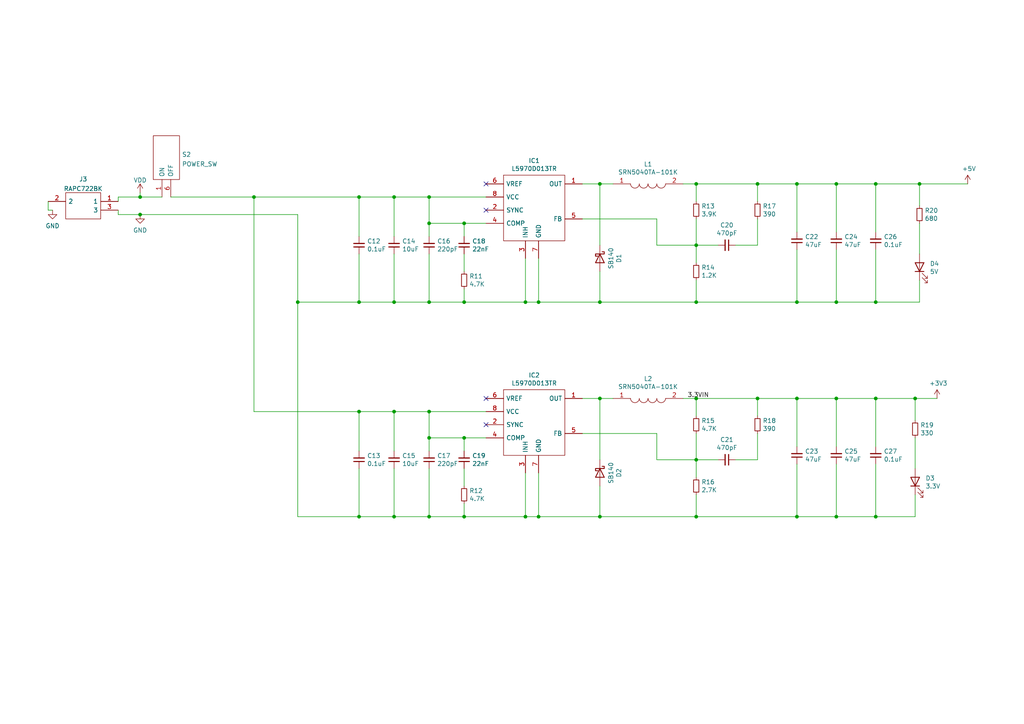
<source format=kicad_sch>
(kicad_sch (version 20211123) (generator eeschema)
  (paper "A4")
  (lib_symbols
    (symbol "Device:C_Small" (pin_numbers hide) (pin_names (offset 0.254) hide)
      (property "Reference" "C" (at 0.254 1.778 0))
      (property "Value" "C_Small" (at 0.254 -2.032 0))
      (symbol "C_Small_0_1"
        (polyline (pts (xy -1.524 -0.508) (xy 1.524 -0.508)) (stroke (width 0.3302)))
        (polyline (pts (xy -1.524 0.508) (xy 1.524 0.508)) (stroke (width 0.3048)))
      )
      (symbol "C_Small_1_1"
        (pin passive line (at 0 2.54 270) (length 2.032) (name "~") (number "1"))
        (pin passive line (at 0 -2.54 90) (length 2.032) (name "~") (number "2"))
      )
    )
    (symbol "Device:LED" (pin_numbers hide) (pin_names (offset 1.016) hide)
      (property "Reference" "D" (at 0 2.54 0))
      (property "Value" "LED" (at 0 -2.54 0))
      (symbol "LED_0_1"
        (polyline (pts (xy -1.27 -1.27) (xy -1.27 1.27)) (stroke (width 0.254)))
        (polyline (pts (xy -1.27 0) (xy 1.27 0)))
        (polyline (pts (xy 1.27 -1.27) (xy 1.27 1.27) (xy -1.27 0) (xy 1.27 -1.27)) (stroke (width 0.254)))
        (polyline (pts (xy -3.048 -0.762) (xy -4.572 -2.286) (xy -3.81 -2.286) (xy -4.572 -2.286) (xy -4.572 -1.524)))
        (polyline (pts (xy -1.778 -0.762) (xy -3.302 -2.286) (xy -2.54 -2.286) (xy -3.302 -2.286) (xy -3.302 -1.524)))
      )
      (symbol "LED_1_1"
        (pin passive line (at -3.81 0 0) (length 2.54) (name "K") (number "1"))
        (pin passive line (at 3.81 0 180) (length 2.54) (name "A") (number "2"))
      )
    )
    (symbol "Device:R_Small" (pin_numbers hide) (pin_names (offset 0.254) hide)
      (property "Reference" "R" (at 0.762 0.508 0))
      (property "Value" "R_Small" (at 0.762 -1.016 0))
      (symbol "R_Small_0_1"
        (rectangle (start -0.762 1.778) (end 0.762 -1.778) (stroke (width 0.2032)))
      )
      (symbol "R_Small_1_1"
        (pin passive line (at 0 2.54 270) (length 0.762) (name "~") (number "1"))
        (pin passive line (at 0 -2.54 90) (length 0.762) (name "~") (number "2"))
      )
    )
    (symbol "Diode:SB140" (pin_numbers hide) (pin_names (offset 1.016) hide)
      (property "Reference" "D" (at 0 2.54 0))
      (property "Value" "SB140" (at 0 -2.54 0))
      (symbol "SB140_0_1"
        (polyline (pts (xy 1.27 0) (xy -1.27 0)))
        (polyline (pts (xy 1.27 1.27) (xy 1.27 -1.27) (xy -1.27 0) (xy 1.27 1.27)) (stroke (width 0.254)))
        (polyline (pts (xy -1.905 0.635) (xy -1.905 1.27) (xy -1.27 1.27) (xy -1.27 -1.27) (xy -0.635 -1.27) (xy -0.635 -0.635)) (stroke (width 0.254)))
      )
      (symbol "SB140_1_1"
        (pin passive line (at -3.81 0 0) (length 2.54) (name "K") (number "1"))
        (pin passive line (at 3.81 0 180) (length 2.54) (name "A") (number "2"))
      )
    )
    (symbol "custom:GPTS203212B" (pin_names (offset 0.762))
      (property "Reference" "S" (at 19.05 7.62 0))
      (property "Value" "GPTS203212B" (at 19.05 5.08 0))
      (symbol "GPTS203212B_0_0"
        (pin passive line (at 0 0 0) (length 5.08) (name "ON") (number "1"))
        (pin passive line (at 0 -2.54 0) (length 5.08) (name "OFF") (number "6"))
      )
      (symbol "GPTS203212B_0_1"
        (polyline (pts (xy 5.08 2.54) (xy 17.78 2.54) (xy 17.78 -5.08) (xy 5.08 -5.08) (xy 5.08 2.54)) (stroke (width 0.1524)))
      )
    )
    (symbol "custom:L5970D013TR" (pin_names (offset 0.762))
      (property "Reference" "IC" (at 24.13 7.62 0))
      (property "Value" "L5970D013TR" (at 24.13 5.08 0))
      (symbol "L5970D013TR_0_0"
        (pin output line (at 27.94 2.54 180) (length 5.08) (name "OUT") (number "1"))
        (pin input line (at 0 -5.08 0) (length 5.08) (name "SYNC") (number "2"))
        (pin input line (at 11.43 -19.05 90) (length 5.08) (name "INH") (number "3"))
        (pin output line (at 0 -8.89 0) (length 5.08) (name "COMP") (number "4"))
        (pin input line (at 27.94 -7.62 180) (length 5.08) (name "FB") (number "5"))
        (pin power_in line (at 0 2.54 0) (length 5.08) (name "VREF") (number "6"))
        (pin power_in line (at 15.24 -19.05 90) (length 5.08) (name "GND") (number "7"))
        (pin power_in line (at 0 -1.27 0) (length 5.08) (name "VCC") (number "8"))
      )
      (symbol "L5970D013TR_0_1"
        (polyline (pts (xy 5.08 5.08) (xy 22.86 5.08) (xy 22.86 -13.97) (xy 5.08 -13.97) (xy 5.08 2.54)) (stroke (width 0.1524)))
        (rectangle (start 5.08 5.08) (end 5.08 2.54))
      )
    )
    (symbol "custom:RAPC722BK" (pin_names (offset 0.762))
      (property "Reference" "J" (at 16.51 7.62 0))
      (property "Value" "RAPC722BK" (at 16.51 5.08 0))
      (symbol "RAPC722BK_0_0"
        (pin passive line (at 0 0 0) (length 5.08) (name "1") (number "1"))
        (pin passive line (at 20.32 0 180) (length 5.08) (name "2") (number "2"))
        (pin passive line (at 0 -2.54 0) (length 5.08) (name "3") (number "3"))
      )
      (symbol "RAPC722BK_0_1"
        (polyline (pts (xy 5.08 2.54) (xy 15.24 2.54) (xy 15.24 -5.08) (xy 5.08 -5.08) (xy 5.08 2.54)) (stroke (width 0.1524)))
      )
    )
    (symbol "custom:SRN5040TA-101K" (pin_names (offset 0.762))
      (property "Reference" "L" (at 16.51 6.35 0))
      (property "Value" "SRN5040TA-101K" (at 16.51 3.81 0))
      (symbol "SRN5040TA-101K_0_0"
        (pin passive line (at 0 0 0) (length 5.08) (name "~") (number "1"))
        (pin passive line (at 20.32 0 180) (length 5.08) (name "~") (number "2"))
      )
      (symbol "SRN5040TA-101K_0_1"
        (arc (start 5.08 0) (mid 6.35 -1.3218) (end 7.62 0) (stroke (width 0.1524)))
        (arc (start 7.62 0) (mid 8.89 -1.3218) (end 10.16 0) (stroke (width 0.1524)))
        (arc (start 10.16 0) (mid 11.43 -1.3218) (end 12.7 0) (stroke (width 0.1524)))
        (arc (start 12.7 0) (mid 13.97 -1.3218) (end 15.24 0) (stroke (width 0.1524)))
      )
    )
    (symbol "power:+3.3V" (power) (pin_names (offset 0))
      (property "Value" "+3.3V" (at 0 3.556 0))
      (symbol "+3.3V_0_1"
        (polyline (pts (xy -0.762 1.27) (xy 0 2.54)))
        (polyline (pts (xy 0 0) (xy 0 2.54)))
        (polyline (pts (xy 0 2.54) (xy 0.762 1.27)))
      )
      (symbol "+3.3V_1_1"
        (pin power_in line (at 0 0 90) (length 0) hide (name "+3V3") (number "1"))
      )
    )
    (symbol "power:+5V" (power) (pin_names (offset 0))
      (property "Value" "+5V" (at 0 3.556 0))
      (symbol "+5V_0_1"
        (polyline (pts (xy -0.762 1.27) (xy 0 2.54)))
        (polyline (pts (xy 0 0) (xy 0 2.54)))
        (polyline (pts (xy 0 2.54) (xy 0.762 1.27)))
      )
      (symbol "+5V_1_1"
        (pin power_in line (at 0 0 90) (length 0) hide (name "+5V") (number "1"))
      )
    )
    (symbol "power:GND" (power) (pin_names (offset 0))
      (property "Value" "GND" (at 0 -3.81 0))
      (symbol "GND_0_1"
        (polyline (pts (xy 0 0) (xy 0 -1.27) (xy 1.27 -1.27) (xy 0 -2.54) (xy -1.27 -1.27) (xy 0 -1.27)))
      )
      (symbol "GND_1_1"
        (pin power_in line (at 0 0 270) (length 0) hide (name "GND") (number "1"))
      )
    )
    (symbol "power:VDD" (power) (pin_names (offset 0))
      (property "Value" "VDD" (at 0 3.81 0))
      (symbol "VDD_0_1"
        (polyline (pts (xy -0.762 1.27) (xy 0 2.54)))
        (polyline (pts (xy 0 0) (xy 0 2.54)))
        (polyline (pts (xy 0 2.54) (xy 0.762 1.27)))
      )
      (symbol "VDD_1_1"
        (pin power_in line (at 0 0 90) (length 0) hide (name "VDD") (number "1"))
      )
    )
  )
  (junction (at 73.66 57.15))
  (junction (at 231.14 53.34))
  (junction (at 156.21 87.63))
  (junction (at 201.93 87.63))
  (junction (at 201.93 149.86))
  (junction (at 173.99 149.86))
  (junction (at 254 115.57))
  (junction (at 242.57 53.34))
  (junction (at 124.46 87.63))
  (junction (at 201.93 133.35))
  (junction (at 219.71 115.57))
  (junction (at 265.43 115.57))
  (junction (at 104.14 149.86))
  (junction (at 201.93 53.34))
  (junction (at 201.93 115.57))
  (junction (at 254 149.86))
  (junction (at 40.64 57.15))
  (junction (at 231.14 115.57))
  (junction (at 124.46 149.86))
  (junction (at 124.46 64.77))
  (junction (at 242.57 87.63))
  (junction (at 104.14 119.38))
  (junction (at 134.62 149.86))
  (junction (at 219.71 53.34))
  (junction (at 254 87.63))
  (junction (at 152.4 149.86))
  (junction (at 173.99 115.57))
  (junction (at 242.57 149.86))
  (junction (at 104.14 87.63))
  (junction (at 86.36 87.63))
  (junction (at 231.14 149.86))
  (junction (at 152.4 87.63))
  (junction (at 114.3 149.86))
  (junction (at 242.57 115.57))
  (junction (at 134.62 64.77))
  (junction (at 156.21 149.86))
  (junction (at 134.62 127))
  (junction (at 266.7 53.34))
  (junction (at 114.3 87.63))
  (junction (at 104.14 57.15))
  (junction (at 173.99 87.63))
  (junction (at 254 53.34))
  (junction (at 124.46 119.38))
  (junction (at 114.3 57.15))
  (junction (at 231.14 87.63))
  (junction (at 134.62 87.63))
  (junction (at 114.3 119.38))
  (junction (at 40.64 62.23))
  (junction (at 124.46 127))
  (junction (at 201.93 71.12))
  (junction (at 124.46 57.15))
  (junction (at 173.99 53.34))
  (no_connect (at 140.97 115.57))
  (no_connect (at 140.97 53.34))
  (no_connect (at 140.97 123.19))
  (no_connect (at 140.97 60.96))
  (wire (pts (xy 201.93 63.5) (xy 201.93 71.12)))
  (wire (pts (xy 190.5 133.35) (xy 201.93 133.35)))
  (wire (pts (xy 104.14 130.81) (xy 104.14 119.38)))
  (wire (pts (xy 152.4 87.63) (xy 156.21 87.63)))
  (wire (pts (xy 242.57 149.86) (xy 254 149.86)))
  (wire (pts (xy 104.14 135.89) (xy 104.14 149.86)))
  (wire (pts (xy 231.14 129.54) (xy 231.14 115.57)))
  (wire (pts (xy 201.93 149.86) (xy 231.14 149.86)))
  (wire (pts (xy 34.29 57.15) (xy 34.29 58.42)))
  (wire (pts (xy 134.62 130.81) (xy 134.62 127)))
  (wire (pts (xy 114.3 68.58) (xy 114.3 57.15)))
  (wire (pts (xy 156.21 87.63) (xy 173.99 87.63)))
  (wire (pts (xy 201.93 71.12) (xy 201.93 76.2)))
  (wire (pts (xy 201.93 120.65) (xy 201.93 115.57)))
  (wire (pts (xy 254 87.63) (xy 266.7 87.63)))
  (wire (pts (xy 156.21 149.86) (xy 173.99 149.86)))
  (wire (pts (xy 208.28 133.35) (xy 201.93 133.35)))
  (wire (pts (xy 254 149.86) (xy 265.43 149.86)))
  (wire (pts (xy 173.99 149.86) (xy 201.93 149.86)))
  (wire (pts (xy 173.99 140.97) (xy 173.99 149.86)))
  (wire (pts (xy 254 129.54) (xy 254 115.57)))
  (wire (pts (xy 265.43 143.51) (xy 265.43 149.86)))
  (wire (pts (xy 231.14 72.39) (xy 231.14 87.63)))
  (wire (pts (xy 104.14 73.66) (xy 104.14 87.63)))
  (wire (pts (xy 254 72.39) (xy 254 87.63)))
  (wire (pts (xy 254 67.31) (xy 254 53.34)))
  (wire (pts (xy 201.93 87.63) (xy 231.14 87.63)))
  (wire (pts (xy 173.99 53.34) (xy 177.8 53.34)))
  (wire (pts (xy 156.21 137.16) (xy 156.21 149.86)))
  (wire (pts (xy 124.46 135.89) (xy 124.46 149.86)))
  (wire (pts (xy 114.3 119.38) (xy 124.46 119.38)))
  (wire (pts (xy 40.64 62.23) (xy 86.36 62.23)))
  (wire (pts (xy 231.14 115.57) (xy 242.57 115.57)))
  (wire (pts (xy 134.62 149.86) (xy 152.4 149.86)))
  (wire (pts (xy 190.5 63.5) (xy 190.5 71.12)))
  (wire (pts (xy 104.14 68.58) (xy 104.14 57.15)))
  (wire (pts (xy 40.64 57.15) (xy 46.99 57.15)))
  (wire (pts (xy 201.93 81.28) (xy 201.93 87.63)))
  (wire (pts (xy 173.99 87.63) (xy 201.93 87.63)))
  (wire (pts (xy 134.62 83.82) (xy 134.62 87.63)))
  (wire (pts (xy 40.64 55.88) (xy 40.64 57.15)))
  (wire (pts (xy 219.71 71.12) (xy 219.71 63.5)))
  (wire (pts (xy 114.3 130.81) (xy 114.3 119.38)))
  (wire (pts (xy 219.71 53.34) (xy 231.14 53.34)))
  (wire (pts (xy 104.14 57.15) (xy 114.3 57.15)))
  (wire (pts (xy 13.97 58.42) (xy 13.97 60.96)))
  (wire (pts (xy 134.62 87.63) (xy 152.4 87.63)))
  (wire (pts (xy 201.93 53.34) (xy 219.71 53.34)))
  (wire (pts (xy 231.14 87.63) (xy 242.57 87.63)))
  (wire (pts (xy 104.14 87.63) (xy 114.3 87.63)))
  (wire (pts (xy 266.7 53.34) (xy 280.67 53.34)))
  (wire (pts (xy 265.43 127) (xy 265.43 135.89)))
  (wire (pts (xy 124.46 64.77) (xy 124.46 68.58)))
  (wire (pts (xy 134.62 146.05) (xy 134.62 149.86)))
  (wire (pts (xy 86.36 87.63) (xy 86.36 149.86)))
  (wire (pts (xy 49.53 57.15) (xy 73.66 57.15)))
  (wire (pts (xy 266.7 59.69) (xy 266.7 53.34)))
  (wire (pts (xy 231.14 67.31) (xy 231.14 53.34)))
  (wire (pts (xy 190.5 71.12) (xy 201.93 71.12)))
  (wire (pts (xy 213.36 71.12) (xy 219.71 71.12)))
  (wire (pts (xy 168.91 53.34) (xy 173.99 53.34)))
  (wire (pts (xy 231.14 53.34) (xy 242.57 53.34)))
  (wire (pts (xy 34.29 60.96) (xy 34.29 62.23)))
  (wire (pts (xy 86.36 62.23) (xy 86.36 87.63)))
  (wire (pts (xy 73.66 57.15) (xy 104.14 57.15)))
  (wire (pts (xy 219.71 58.42) (xy 219.71 53.34)))
  (wire (pts (xy 242.57 115.57) (xy 254 115.57)))
  (wire (pts (xy 213.36 133.35) (xy 219.71 133.35)))
  (wire (pts (xy 73.66 57.15) (xy 73.66 119.38)))
  (wire (pts (xy 231.14 134.62) (xy 231.14 149.86)))
  (wire (pts (xy 114.3 57.15) (xy 124.46 57.15)))
  (wire (pts (xy 201.93 115.57) (xy 219.71 115.57)))
  (wire (pts (xy 124.46 57.15) (xy 124.46 64.77)))
  (wire (pts (xy 152.4 149.86) (xy 156.21 149.86)))
  (wire (pts (xy 86.36 87.63) (xy 104.14 87.63)))
  (wire (pts (xy 266.7 81.28) (xy 266.7 87.63)))
  (wire (pts (xy 114.3 87.63) (xy 124.46 87.63)))
  (wire (pts (xy 173.99 133.35) (xy 173.99 115.57)))
  (wire (pts (xy 152.4 74.93) (xy 152.4 87.63)))
  (wire (pts (xy 266.7 64.77) (xy 266.7 73.66)))
  (wire (pts (xy 168.91 63.5) (xy 190.5 63.5)))
  (wire (pts (xy 134.62 64.77) (xy 124.46 64.77)))
  (wire (pts (xy 242.57 134.62) (xy 242.57 149.86)))
  (wire (pts (xy 265.43 121.92) (xy 265.43 115.57)))
  (wire (pts (xy 254 134.62) (xy 254 149.86)))
  (wire (pts (xy 242.57 53.34) (xy 254 53.34)))
  (wire (pts (xy 152.4 137.16) (xy 152.4 149.86)))
  (wire (pts (xy 242.57 87.63) (xy 254 87.63)))
  (wire (pts (xy 254 115.57) (xy 265.43 115.57)))
  (wire (pts (xy 201.93 143.51) (xy 201.93 149.86)))
  (wire (pts (xy 201.93 133.35) (xy 201.93 138.43)))
  (wire (pts (xy 124.46 127) (xy 124.46 119.38)))
  (wire (pts (xy 231.14 149.86) (xy 242.57 149.86)))
  (wire (pts (xy 73.66 119.38) (xy 104.14 119.38)))
  (wire (pts (xy 168.91 125.73) (xy 190.5 125.73)))
  (wire (pts (xy 208.28 71.12) (xy 201.93 71.12)))
  (wire (pts (xy 124.46 87.63) (xy 134.62 87.63)))
  (wire (pts (xy 156.21 74.93) (xy 156.21 87.63)))
  (wire (pts (xy 134.62 127) (xy 140.97 127)))
  (wire (pts (xy 124.46 73.66) (xy 124.46 87.63)))
  (wire (pts (xy 13.97 60.96) (xy 15.24 60.96)))
  (wire (pts (xy 190.5 125.73) (xy 190.5 133.35)))
  (wire (pts (xy 104.14 119.38) (xy 114.3 119.38)))
  (wire (pts (xy 124.46 130.81) (xy 124.46 127)))
  (wire (pts (xy 198.12 115.57) (xy 201.93 115.57)))
  (wire (pts (xy 34.29 57.15) (xy 40.64 57.15)))
  (wire (pts (xy 242.57 129.54) (xy 242.57 115.57)))
  (wire (pts (xy 265.43 115.57) (xy 271.78 115.57)))
  (wire (pts (xy 134.62 78.74) (xy 134.62 73.66)))
  (wire (pts (xy 124.46 119.38) (xy 140.97 119.38)))
  (wire (pts (xy 242.57 72.39) (xy 242.57 87.63)))
  (wire (pts (xy 219.71 115.57) (xy 231.14 115.57)))
  (wire (pts (xy 242.57 67.31) (xy 242.57 53.34)))
  (wire (pts (xy 219.71 133.35) (xy 219.71 125.73)))
  (wire (pts (xy 140.97 64.77) (xy 134.62 64.77)))
  (wire (pts (xy 134.62 140.97) (xy 134.62 135.89)))
  (wire (pts (xy 34.29 62.23) (xy 40.64 62.23)))
  (wire (pts (xy 198.12 53.34) (xy 201.93 53.34)))
  (wire (pts (xy 114.3 135.89) (xy 114.3 149.86)))
  (wire (pts (xy 254 53.34) (xy 266.7 53.34)))
  (wire (pts (xy 134.62 127) (xy 124.46 127)))
  (wire (pts (xy 219.71 120.65) (xy 219.71 115.57)))
  (wire (pts (xy 134.62 68.58) (xy 134.62 64.77)))
  (wire (pts (xy 124.46 57.15) (xy 140.97 57.15)))
  (wire (pts (xy 114.3 149.86) (xy 124.46 149.86)))
  (wire (pts (xy 168.91 115.57) (xy 173.99 115.57)))
  (wire (pts (xy 86.36 149.86) (xy 104.14 149.86)))
  (wire (pts (xy 173.99 115.57) (xy 177.8 115.57)))
  (wire (pts (xy 124.46 149.86) (xy 134.62 149.86)))
  (wire (pts (xy 201.93 125.73) (xy 201.93 133.35)))
  (wire (pts (xy 201.93 58.42) (xy 201.93 53.34)))
  (wire (pts (xy 173.99 71.12) (xy 173.99 53.34)))
  (wire (pts (xy 114.3 73.66) (xy 114.3 87.63)))
  (wire (pts (xy 173.99 78.74) (xy 173.99 87.63)))
  (wire (pts (xy 104.14 149.86) (xy 114.3 149.86)))
  (label "3.3VIN" (at 199.39 115.57 0))
  (symbol (lib_id "Diode:SB140") (at 173.99 74.93 270) (unit 1)
    (property "Reference" "D1" (at 179.5018 74.93 0))
    (property "Value" "SB140" (at 177.1904 74.93 0))
    (property "Footprint" "Diode_SMD:D_1206_3216Metric_Pad1.42x1.75mm_HandSolder" (effects hide))
    (property "Datasheet" "http://www.diodes.com/_files/datasheets/ds23022.pdf" (effects hide))
  )
  (symbol (lib_id "custom:SRN5040TA-101K") (at 177.8 53.34 0) (unit 1)
    (property "Reference" "L1" (at 187.96 47.625 0))
    (property "Value" "SRN5040TA-101K" (at 187.96 49.9364 0))
    (property "Footprint" "raven68k-rev1:SRN5040TA101K" (effects hide))
    (property "Datasheet" "https://www.bourns.com/docs/product-datasheets/SRN5040TA.pdf" (effects hide))
    (property "Description" "Inductor SMD 4.95x4.95x3.8mm 100uH 0.72A" (effects hide))
    (property "Height" "4.1" (effects hide))
    (property "Manufacturer_Name" "Bourns" (effects hide))
    (property "Manufacturer_Part_Number" "SRN5040TA-101K" (effects hide))
    (property "Mouser Part Number" "652-SRN5040TA-101K" (effects hide))
    (property "Mouser Price/Stock" "https://www.mouser.co.uk/ProductDetail/Bourns/SRN5040TA-101K?qs=qSfuJ%252Bfl%2Fd6IGmzq6oDX8Q%3D%3D" (effects hide))
    (property "Arrow Part Number" "SRN5040TA-101K" (effects hide))
    (property "Arrow Price/Stock" "https://www.arrow.com/en/products/srn5040ta-101k/bourns?region=nac" (effects hide))
  )
  (symbol (lib_id "custom:L5970D013TR") (at 140.97 55.88 0) (unit 1)
    (property "Reference" "IC1" (at 154.94 46.609 0))
    (property "Value" "L5970D013TR" (at 154.94 48.9204 0))
    (property "Footprint" "Package_SO:SO-8_5.3x6.2mm_P1.27mm" (effects hide))
    (property "Datasheet" "http://www.st.com/st-web-ui/static/active/en/resource/technical/document/datasheet/CD00002173.pdf" (effects hide))
    (property "Description" "L5970D013TR, Switching Regulator, Buck Controller, 1A, Adjustable, 275 kHz, 8-Pin SO" (effects hide))
    (property "Height" "1.75" (effects hide))
    (property "Manufacturer_Name" "STMicroelectronics" (effects hide))
    (property "Manufacturer_Part_Number" "L5970D013TR" (effects hide))
    (property "Mouser Part Number" "511-L5970D013TR" (effects hide))
    (property "Mouser Price/Stock" "https://www.mouser.co.uk/ProductDetail/STMicroelectronics/L5970D013TR?qs=5tMLENPDcJtqb%2FYZ5i8kRw%3D%3D" (effects hide))
    (property "Arrow Part Number" "L5970D013TR" (effects hide))
    (property "Arrow Price/Stock" "https://www.arrow.com/en/products/l5970d013tr/stmicroelectronics" (effects hide))
  )
  (symbol (lib_id "Device:R_Small") (at 201.93 60.96 0) (unit 1)
    (property "Reference" "R13" (at 203.4286 59.7916 0) (effects (justify left)))
    (property "Value" "3.9K" (at 203.4286 62.103 0) (effects (justify left)))
    (property "Footprint" "Resistor_SMD:R_1206_3216Metric_Pad1.30x1.75mm_HandSolder" (effects hide))
  )
  (symbol (lib_id "Device:R_Small") (at 201.93 78.74 0) (unit 1)
    (property "Reference" "R14" (at 203.4286 77.5716 0) (effects (justify left)))
    (property "Value" "1.2K" (at 203.4286 79.883 0) (effects (justify left)))
    (property "Footprint" "Resistor_SMD:R_1206_3216Metric_Pad1.30x1.75mm_HandSolder" (effects hide))
  )
  (symbol (lib_id "Device:C_Small") (at 210.82 71.12 270) (unit 1)
    (property "Reference" "C20" (at 210.82 65.3034 90))
    (property "Value" "470pF" (at 210.82 67.6148 90))
    (property "Footprint" "Capacitor_SMD:C_1206_3216Metric_Pad1.33x1.80mm_HandSolder" (effects hide))
    (property "LCSC" "C1868" (effects hide))
  )
  (symbol (lib_id "Device:R_Small") (at 219.71 60.96 0) (unit 1)
    (property "Reference" "R17" (at 221.2086 59.7916 0) (effects (justify left)))
    (property "Value" "390" (at 221.2086 62.103 0) (effects (justify left)))
    (property "Footprint" "Resistor_SMD:R_1206_3216Metric_Pad1.30x1.75mm_HandSolder" (effects hide))
  )
  (symbol (lib_id "Device:C_Small") (at 231.14 69.85 180) (unit 1)
    (property "Reference" "C22" (at 233.4768 68.6816 0) (effects (justify right)))
    (property "Value" "47uF" (at 233.4768 70.993 0) (effects (justify right)))
    (property "Footprint" "Capacitor_SMD:C_1206_3216Metric_Pad1.33x1.80mm_HandSolder" (effects hide))
  )
  (symbol (lib_id "Device:C_Small") (at 242.57 69.85 180) (unit 1)
    (property "Reference" "C24" (at 244.9068 68.6816 0) (effects (justify right)))
    (property "Value" "47uF" (at 244.9068 70.993 0) (effects (justify right)))
    (property "Footprint" "Capacitor_SMD:C_1206_3216Metric_Pad1.33x1.80mm_HandSolder" (effects hide))
  )
  (symbol (lib_id "Device:C_Small") (at 254 69.85 180) (unit 1)
    (property "Reference" "C26" (at 256.3368 68.6816 0) (effects (justify right)))
    (property "Value" "0.1uF" (at 256.3368 70.993 0) (effects (justify right)))
    (property "Footprint" "Capacitor_SMD:C_1206_3216Metric_Pad1.33x1.80mm_HandSolder" (effects hide))
    (property "LCSC" "C24497" (effects hide))
  )
  (symbol (lib_id "Device:R_Small") (at 266.7 62.23 0) (unit 1)
    (property "Reference" "R20" (at 268.1986 61.0616 0) (effects (justify left)))
    (property "Value" "680" (at 268.1986 63.373 0) (effects (justify left)))
    (property "Footprint" "Resistor_SMD:R_1206_3216Metric_Pad1.30x1.75mm_HandSolder" (effects hide))
  )
  (symbol (lib_id "Device:LED") (at 266.7 77.47 90) (unit 1)
    (property "Reference" "D4" (at 269.6972 76.4794 90) (effects (justify right)))
    (property "Value" "5V" (at 269.6972 78.7908 90) (effects (justify right)))
    (property "Footprint" "LED_THT:LED_D3.0mm" (effects hide))
  )
  (symbol (lib_id "Device:C_Small") (at 104.14 71.12 180) (unit 1)
    (property "Reference" "C12" (at 106.4768 69.9516 0) (effects (justify right)))
    (property "Value" "0.1uF" (at 106.4768 72.263 0) (effects (justify right)))
    (property "Footprint" "Capacitor_SMD:C_1206_3216Metric_Pad1.33x1.80mm_HandSolder" (effects hide))
    (property "LCSC" "C24497" (effects hide))
  )
  (symbol (lib_id "Device:C_Small") (at 114.3 71.12 180) (unit 1)
    (property "Reference" "C14" (at 116.6368 69.9516 0) (effects (justify right)))
    (property "Value" "10uF" (at 116.6368 72.263 0) (effects (justify right)))
    (property "Footprint" "Capacitor_SMD:C_1206_3216Metric_Pad1.33x1.80mm_HandSolder" (effects hide))
    (property "LCSC" "C13585" (effects hide))
  )
  (symbol (lib_id "Device:C_Small") (at 124.46 71.12 180) (unit 1)
    (property "Reference" "C16" (at 126.7968 69.9516 0) (effects (justify right)))
    (property "Value" "220pF" (at 126.7968 72.263 0) (effects (justify right)))
    (property "Footprint" "Capacitor_SMD:C_1206_3216Metric_Pad1.33x1.80mm_HandSolder" (effects hide))
    (property "LCSC" "C1854" (effects hide))
  )
  (symbol (lib_id "Device:C_Small") (at 134.62 71.12 180) (unit 1)
    (property "Reference" "C18" (at 136.9568 69.9516 0) (effects (justify right)))
    (property "Value" "22nF" (at 136.9568 72.263 0) (effects (justify right)))
    (property "Footprint" "Capacitor_SMD:C_1206_3216Metric_Pad1.33x1.80mm_HandSolder" (effects hide))
    (property "LCSC" "C97929" (effects hide))
  )
  (symbol (lib_id "Device:R_Small") (at 134.62 81.28 0) (unit 1)
    (property "Reference" "R11" (at 136.1186 80.1116 0) (effects (justify left)))
    (property "Value" "4.7K" (at 136.1186 82.423 0) (effects (justify left)))
    (property "Footprint" "Resistor_SMD:R_1206_3216Metric_Pad1.30x1.75mm_HandSolder" (effects hide))
    (property "LCSC" "C17936" (effects hide))
  )
  (symbol (lib_id "Diode:SB140") (at 173.99 137.16 270) (unit 1)
    (property "Reference" "D2" (at 179.5018 137.16 0))
    (property "Value" "SB140" (at 177.1904 137.16 0))
    (property "Footprint" "Diode_SMD:D_1206_3216Metric_Pad1.42x1.75mm_HandSolder" (effects hide))
    (property "Datasheet" "http://www.diodes.com/_files/datasheets/ds23022.pdf" (effects hide))
  )
  (symbol (lib_id "custom:SRN5040TA-101K") (at 177.8 115.57 0) (unit 1)
    (property "Reference" "L2" (at 187.96 109.855 0))
    (property "Value" "SRN5040TA-101K" (at 187.96 112.1664 0))
    (property "Footprint" "raven68k-rev1:SRN5040TA101K" (effects hide))
    (property "Datasheet" "https://www.bourns.com/docs/product-datasheets/SRN5040TA.pdf" (effects hide))
    (property "Description" "Inductor SMD 4.95x4.95x3.8mm 100uH 0.72A" (effects hide))
    (property "Height" "4.1" (effects hide))
    (property "Manufacturer_Name" "Bourns" (effects hide))
    (property "Manufacturer_Part_Number" "SRN5040TA-101K" (effects hide))
    (property "Mouser Part Number" "652-SRN5040TA-101K" (effects hide))
    (property "Mouser Price/Stock" "https://www.mouser.co.uk/ProductDetail/Bourns/SRN5040TA-101K?qs=qSfuJ%252Bfl%2Fd6IGmzq6oDX8Q%3D%3D" (effects hide))
    (property "Arrow Part Number" "SRN5040TA-101K" (effects hide))
    (property "Arrow Price/Stock" "https://www.arrow.com/en/products/srn5040ta-101k/bourns?region=nac" (effects hide))
  )
  (symbol (lib_id "custom:L5970D013TR") (at 140.97 118.11 0) (unit 1)
    (property "Reference" "IC2" (at 154.94 108.839 0))
    (property "Value" "L5970D013TR" (at 154.94 111.1504 0))
    (property "Footprint" "Package_SO:SO-8_5.3x6.2mm_P1.27mm" (effects hide))
    (property "Datasheet" "http://www.st.com/st-web-ui/static/active/en/resource/technical/document/datasheet/CD00002173.pdf" (effects hide))
    (property "Description" "L5970D013TR, Switching Regulator, Buck Controller, 1A, Adjustable, 275 kHz, 8-Pin SO" (effects hide))
    (property "Height" "1.75" (effects hide))
    (property "Manufacturer_Name" "STMicroelectronics" (effects hide))
    (property "Manufacturer_Part_Number" "L5970D013TR" (effects hide))
    (property "Mouser Part Number" "511-L5970D013TR" (effects hide))
    (property "Mouser Price/Stock" "https://www.mouser.co.uk/ProductDetail/STMicroelectronics/L5970D013TR?qs=5tMLENPDcJtqb%2FYZ5i8kRw%3D%3D" (effects hide))
    (property "Arrow Part Number" "L5970D013TR" (effects hide))
    (property "Arrow Price/Stock" "https://www.arrow.com/en/products/l5970d013tr/stmicroelectronics" (effects hide))
  )
  (symbol (lib_id "Device:R_Small") (at 201.93 123.19 0) (unit 1)
    (property "Reference" "R15" (at 203.4286 122.0216 0) (effects (justify left)))
    (property "Value" "4.7K" (at 203.4286 124.333 0) (effects (justify left)))
    (property "Footprint" "Resistor_SMD:R_1206_3216Metric_Pad1.30x1.75mm_HandSolder" (effects hide))
  )
  (symbol (lib_id "Device:R_Small") (at 201.93 140.97 0) (unit 1)
    (property "Reference" "R16" (at 203.4286 139.8016 0) (effects (justify left)))
    (property "Value" "2.7K" (at 203.4286 142.113 0) (effects (justify left)))
    (property "Footprint" "Resistor_SMD:R_1206_3216Metric_Pad1.30x1.75mm_HandSolder" (effects hide))
  )
  (symbol (lib_id "Device:C_Small") (at 210.82 133.35 270) (unit 1)
    (property "Reference" "C21" (at 210.82 127.5334 90))
    (property "Value" "470pF" (at 210.82 129.8448 90))
    (property "Footprint" "Capacitor_SMD:C_1206_3216Metric_Pad1.33x1.80mm_HandSolder" (effects hide))
    (property "LCSC" "C1868" (effects hide))
  )
  (symbol (lib_id "Device:R_Small") (at 219.71 123.19 0) (unit 1)
    (property "Reference" "R18" (at 221.2086 122.0216 0) (effects (justify left)))
    (property "Value" "390" (at 221.2086 124.333 0) (effects (justify left)))
    (property "Footprint" "Resistor_SMD:R_1206_3216Metric_Pad1.30x1.75mm_HandSolder" (effects hide))
  )
  (symbol (lib_id "Device:C_Small") (at 231.14 132.08 180) (unit 1)
    (property "Reference" "C23" (at 233.4768 130.9116 0) (effects (justify right)))
    (property "Value" "47uF" (at 233.4768 133.223 0) (effects (justify right)))
    (property "Footprint" "Capacitor_SMD:C_1206_3216Metric_Pad1.33x1.80mm_HandSolder" (effects hide))
  )
  (symbol (lib_id "Device:C_Small") (at 242.57 132.08 180) (unit 1)
    (property "Reference" "C25" (at 244.9068 130.9116 0) (effects (justify right)))
    (property "Value" "47uF" (at 244.9068 133.223 0) (effects (justify right)))
    (property "Footprint" "Capacitor_SMD:C_1206_3216Metric_Pad1.33x1.80mm_HandSolder" (effects hide))
  )
  (symbol (lib_id "Device:C_Small") (at 254 132.08 180) (unit 1)
    (property "Reference" "C27" (at 256.3368 130.9116 0) (effects (justify right)))
    (property "Value" "0.1uF" (at 256.3368 133.223 0) (effects (justify right)))
    (property "Footprint" "Capacitor_SMD:C_1206_3216Metric_Pad1.33x1.80mm_HandSolder" (effects hide))
    (property "LCSC" "C24497" (effects hide))
  )
  (symbol (lib_id "Device:C_Small") (at 104.14 133.35 180) (unit 1)
    (property "Reference" "C13" (at 106.4768 132.1816 0) (effects (justify right)))
    (property "Value" "0.1uF" (at 106.4768 134.493 0) (effects (justify right)))
    (property "Footprint" "Capacitor_SMD:C_1206_3216Metric_Pad1.33x1.80mm_HandSolder" (effects hide))
    (property "LCSC" "C24497" (effects hide))
  )
  (symbol (lib_id "Device:C_Small") (at 114.3 133.35 180) (unit 1)
    (property "Reference" "C15" (at 116.6368 132.1816 0) (effects (justify right)))
    (property "Value" "10uF" (at 116.6368 134.493 0) (effects (justify right)))
    (property "Footprint" "Capacitor_SMD:C_1206_3216Metric_Pad1.33x1.80mm_HandSolder" (effects hide))
    (property "LCSC" "C13585" (effects hide))
  )
  (symbol (lib_id "Device:C_Small") (at 124.46 133.35 180) (unit 1)
    (property "Reference" "C17" (at 126.7968 132.1816 0) (effects (justify right)))
    (property "Value" "220pF" (at 126.7968 134.493 0) (effects (justify right)))
    (property "Footprint" "Capacitor_SMD:C_1206_3216Metric_Pad1.33x1.80mm_HandSolder" (effects hide))
    (property "LCSC" "C1854" (effects hide))
  )
  (symbol (lib_id "Device:C_Small") (at 134.62 133.35 180) (unit 1)
    (property "Reference" "C19" (at 136.9568 132.1816 0) (effects (justify right)))
    (property "Value" "22nF" (at 136.9568 134.493 0) (effects (justify right)))
    (property "Footprint" "Capacitor_SMD:C_1206_3216Metric_Pad1.33x1.80mm_HandSolder" (effects hide))
    (property "LCSC" "C97929" (effects hide))
  )
  (symbol (lib_id "Device:R_Small") (at 134.62 143.51 0) (unit 1)
    (property "Reference" "R12" (at 136.1186 142.3416 0) (effects (justify left)))
    (property "Value" "4.7K" (at 136.1186 144.653 0) (effects (justify left)))
    (property "Footprint" "Resistor_SMD:R_1206_3216Metric_Pad1.30x1.75mm_HandSolder" (effects hide))
    (property "LCSC" "C17936" (effects hide))
  )
  (symbol (lib_id "power:+5V") (at 280.67 53.34 0) (unit 1)
    (property "Reference" "#PWR055" (effects hide))
    (property "Value" "+5V" (at 281.051 48.9458 0))
  )
  (symbol (lib_id "power:+3.3V") (at 271.78 115.57 0) (unit 1)
    (property "Reference" "#PWR054" (effects hide))
    (property "Value" "+3.3V" (at 272.161 111.1758 0))
  )
  (symbol (lib_id "Device:R_Small") (at 265.43 124.46 0) (unit 1)
    (property "Reference" "R19" (at 266.9286 123.2916 0) (effects (justify left)))
    (property "Value" "330" (at 266.9286 125.603 0) (effects (justify left)))
    (property "Footprint" "Resistor_SMD:R_1206_3216Metric_Pad1.30x1.75mm_HandSolder" (effects hide))
  )
  (symbol (lib_id "Device:LED") (at 265.43 139.7 90) (unit 1)
    (property "Reference" "D3" (at 268.4272 138.7094 90) (effects (justify right)))
    (property "Value" "3.3V" (at 268.4272 141.0208 90) (effects (justify right)))
    (property "Footprint" "LED_THT:LED_D3.0mm" (effects hide))
  )
  (symbol (lib_id "custom:RAPC722BK") (at 34.29 58.42 0) (mirror y) (unit 1)
    (property "Reference" "J3" (at 24.13 51.9643 0))
    (property "Value" "RAPC722BK" (at 24.13 54.7394 0))
    (property "Footprint" "raven68k-rev1:RAPC722BK" (effects hide))
    (property "Datasheet" "http://www.mouser.com/datasheet/2/393/rapc722x_cd-371352.pdf" (effects hide))
    (property "Description" "SWITCHCRAFT/CONXALL - RAPC722BK - CONNECTOR, DC POWER, SOCKET, 5A, THT" (effects hide))
    (property "Height" "11" (effects hide))
    (property "Manufacturer_Name" "Switchcraft" (effects hide))
    (property "Manufacturer_Part_Number" "RAPC722BK" (effects hide))
    (property "Mouser Part Number" "502-RAPC722BK" (effects hide))
    (property "Mouser Price/Stock" "https://www.mouser.co.uk/ProductDetail/Switchcraft/RAPC722BK?qs=Nl9mtr8tY%2Fsf3BOYJcSXfg%3D%3D" (effects hide))
    (property "Arrow Part Number" "RAPC722BK" (effects hide))
    (property "Arrow Price/Stock" "https://www.arrow.com/en/products/rapc722bk/switchcraft" (effects hide))
  )
  (symbol (lib_id "power:GND") (at 40.64 62.23 0) (unit 1)
    (property "Reference" "#PWR0101" (effects hide))
    (property "Value" "GND" (at 40.64 66.7925 0))
  )
  (symbol (lib_id "power:VDD") (at 40.64 55.88 0) (unit 1)
    (property "Reference" "#PWR0105" (effects hide))
    (property "Value" "VDD" (at 40.64 52.2755 0))
  )
  (symbol (lib_id "power:GND") (at 15.24 60.96 0) (unit 1)
    (property "Reference" "#PWR0106" (effects hide))
    (property "Value" "GND" (at 15.24 65.5225 0))
  )
  (symbol (lib_id "custom:GPTS203212B") (at 46.99 57.15 90) (unit 1)
    (property "Reference" "S2" (at 52.7812 44.8115 90) (effects (justify right)))
    (property "Value" "POWER_SW" (at 52.7812 47.5866 90) (effects (justify right)))
    (property "Footprint" "raven68k-rev1:GPTS203212B" (effects hide))
    (property "Datasheet" "http://switches-connectors-custom.cwind.com/Asset/GPTS203212BR2.pdf" (effects hide))
    (property "Description" "Pushbutton Switches SPST ON-OFF" (effects hide))
    (property "Height" "12" (effects hide))
    (property "Manufacturer_Name" "CW Industries" (effects hide))
    (property "Manufacturer_Part_Number" "GPTS203212B" (effects hide))
    (property "Mouser Part Number" "629-GPTS203212B" (effects hide))
    (property "Mouser Price/Stock" "https://www.mouser.com/Search/Refine.aspx?Keyword=629-GPTS203212B" (effects hide))
  )
)
</source>
